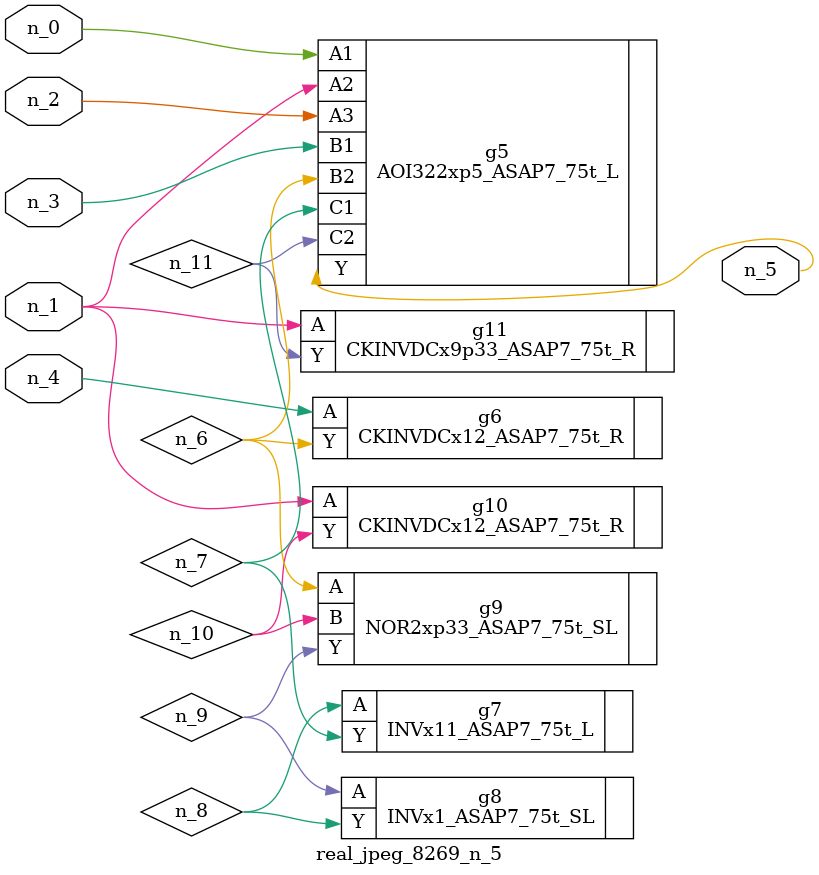
<source format=v>
module real_jpeg_8269_n_5 (n_4, n_0, n_1, n_2, n_3, n_5);

input n_4;
input n_0;
input n_1;
input n_2;
input n_3;

output n_5;

wire n_8;
wire n_11;
wire n_6;
wire n_7;
wire n_10;
wire n_9;

AOI322xp5_ASAP7_75t_L g5 ( 
.A1(n_0),
.A2(n_1),
.A3(n_2),
.B1(n_3),
.B2(n_6),
.C1(n_7),
.C2(n_11),
.Y(n_5)
);

CKINVDCx12_ASAP7_75t_R g10 ( 
.A(n_1),
.Y(n_10)
);

CKINVDCx9p33_ASAP7_75t_R g11 ( 
.A(n_1),
.Y(n_11)
);

CKINVDCx12_ASAP7_75t_R g6 ( 
.A(n_4),
.Y(n_6)
);

NOR2xp33_ASAP7_75t_SL g9 ( 
.A(n_6),
.B(n_10),
.Y(n_9)
);

INVx11_ASAP7_75t_L g7 ( 
.A(n_8),
.Y(n_7)
);

INVx1_ASAP7_75t_SL g8 ( 
.A(n_9),
.Y(n_8)
);


endmodule
</source>
